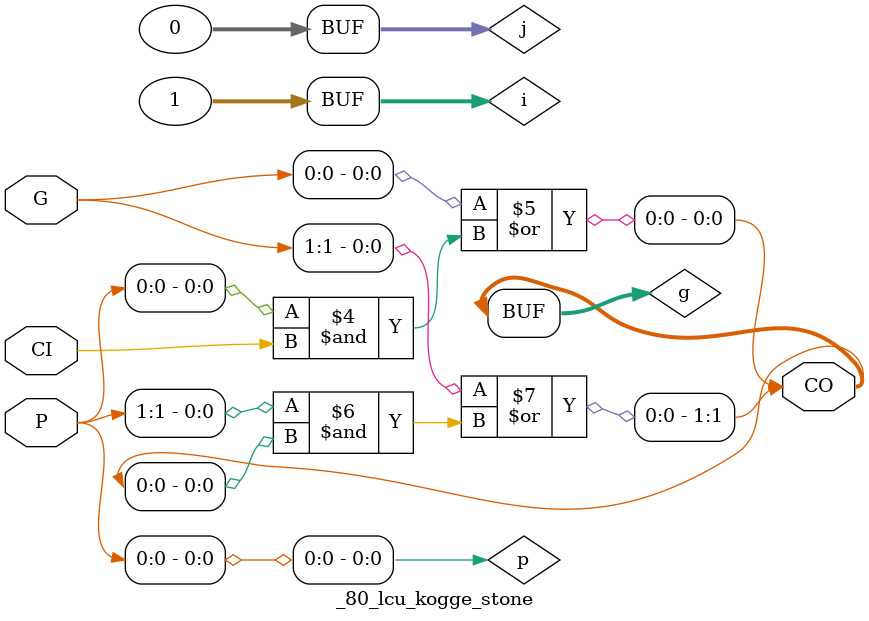
<source format=v>
/*
 *  yosys -- Yosys Open SYnthesis Suite
 *
 *  Copyright (C) 2024  Martin Povišer <povik@cutebit.org>
 *
 *  Permission to use, copy, modify, and/or distribute this software for any
 *  purpose with or without fee is hereby granted, provided that the above
 *  copyright notice and this permission notice appear in all copies.
 *
 *  THE SOFTWARE IS PROVIDED "AS IS" AND THE AUTHOR DISCLAIMS ALL WARRANTIES
 *  WITH REGARD TO THIS SOFTWARE INCLUDING ALL IMPLIED WARRANTIES OF
 *  MERCHANTABILITY AND FITNESS. IN NO EVENT SHALL THE AUTHOR BE LIABLE FOR
 *  ANY SPECIAL, DIRECT, INDIRECT, OR CONSEQUENTIAL DAMAGES OR ANY DAMAGES
 *  WHATSOEVER RESULTING FROM LOSS OF USE, DATA OR PROFITS, WHETHER IN AN
 *  ACTION OF CONTRACT, NEGLIGENCE OR OTHER TORTIOUS ACTION, ARISING OUT OF
 *  OR IN CONNECTION WITH THE USE OR PERFORMANCE OF THIS SOFTWARE.
 *
 */

(* techmap_celltype = "$lcu" *)
module _80_lcu_kogge_stone (P, G, CI, CO);
	parameter WIDTH = 2;

	(* force_downto *)
	input [WIDTH-1:0] P, G;
	input CI;

	(* force_downto *)
	output [WIDTH-1:0] CO;

	integer i, j;
	(* force_downto *)
	reg [WIDTH-1:0] p, g;

	wire [1023:0] _TECHMAP_DO_ = "proc; opt -fast";

	always @* begin
		p = P;
		g = G;

		// in almost all cases CI will be constant zero
		g[0] = g[0] | (p[0] & CI);

		for (i = 0; i < $clog2(WIDTH); i = i + 1) begin
			// iterate in reverse so we don't confuse a result from this stage and the previous
			for (j = WIDTH - 1; j >= 2**i; j = j - 1) begin
				g[j] = g[j] | p[j] & g[j - 2**i];
				p[j] = p[j] & p[j - 2**i];
			end
		end
	end

	assign CO = g;
endmodule

</source>
